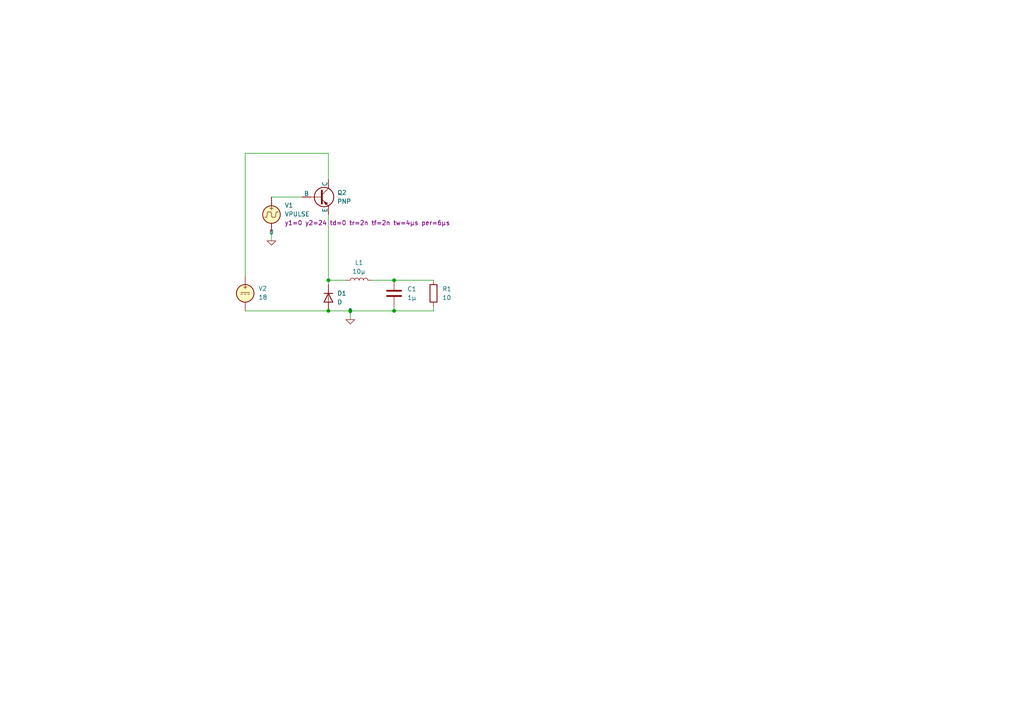
<source format=kicad_sch>
(kicad_sch
	(version 20231120)
	(generator "eeschema")
	(generator_version "8.0")
	(uuid "1d855f94-2c21-48c4-8215-e40525d8789a")
	(paper "A4")
	(lib_symbols
		(symbol "Device:C"
			(pin_numbers hide)
			(pin_names
				(offset 0.254)
			)
			(exclude_from_sim no)
			(in_bom yes)
			(on_board yes)
			(property "Reference" "C"
				(at 0.635 2.54 0)
				(effects
					(font
						(size 1.27 1.27)
					)
					(justify left)
				)
			)
			(property "Value" "C"
				(at 0.635 -2.54 0)
				(effects
					(font
						(size 1.27 1.27)
					)
					(justify left)
				)
			)
			(property "Footprint" ""
				(at 0.9652 -3.81 0)
				(effects
					(font
						(size 1.27 1.27)
					)
					(hide yes)
				)
			)
			(property "Datasheet" "~"
				(at 0 0 0)
				(effects
					(font
						(size 1.27 1.27)
					)
					(hide yes)
				)
			)
			(property "Description" "Unpolarized capacitor"
				(at 0 0 0)
				(effects
					(font
						(size 1.27 1.27)
					)
					(hide yes)
				)
			)
			(property "ki_keywords" "cap capacitor"
				(at 0 0 0)
				(effects
					(font
						(size 1.27 1.27)
					)
					(hide yes)
				)
			)
			(property "ki_fp_filters" "C_*"
				(at 0 0 0)
				(effects
					(font
						(size 1.27 1.27)
					)
					(hide yes)
				)
			)
			(symbol "C_0_1"
				(polyline
					(pts
						(xy -2.032 -0.762) (xy 2.032 -0.762)
					)
					(stroke
						(width 0.508)
						(type default)
					)
					(fill
						(type none)
					)
				)
				(polyline
					(pts
						(xy -2.032 0.762) (xy 2.032 0.762)
					)
					(stroke
						(width 0.508)
						(type default)
					)
					(fill
						(type none)
					)
				)
			)
			(symbol "C_1_1"
				(pin passive line
					(at 0 3.81 270)
					(length 2.794)
					(name "~"
						(effects
							(font
								(size 1.27 1.27)
							)
						)
					)
					(number "1"
						(effects
							(font
								(size 1.27 1.27)
							)
						)
					)
				)
				(pin passive line
					(at 0 -3.81 90)
					(length 2.794)
					(name "~"
						(effects
							(font
								(size 1.27 1.27)
							)
						)
					)
					(number "2"
						(effects
							(font
								(size 1.27 1.27)
							)
						)
					)
				)
			)
		)
		(symbol "Device:D"
			(pin_numbers hide)
			(pin_names
				(offset 1.016) hide)
			(exclude_from_sim no)
			(in_bom yes)
			(on_board yes)
			(property "Reference" "D"
				(at 0 2.54 0)
				(effects
					(font
						(size 1.27 1.27)
					)
				)
			)
			(property "Value" "D"
				(at 0 -2.54 0)
				(effects
					(font
						(size 1.27 1.27)
					)
				)
			)
			(property "Footprint" ""
				(at 0 0 0)
				(effects
					(font
						(size 1.27 1.27)
					)
					(hide yes)
				)
			)
			(property "Datasheet" "~"
				(at 0 0 0)
				(effects
					(font
						(size 1.27 1.27)
					)
					(hide yes)
				)
			)
			(property "Description" "Diode"
				(at 0 0 0)
				(effects
					(font
						(size 1.27 1.27)
					)
					(hide yes)
				)
			)
			(property "Sim.Device" "D"
				(at 0 0 0)
				(effects
					(font
						(size 1.27 1.27)
					)
					(hide yes)
				)
			)
			(property "Sim.Pins" "1=K 2=A"
				(at 0 0 0)
				(effects
					(font
						(size 1.27 1.27)
					)
					(hide yes)
				)
			)
			(property "ki_keywords" "diode"
				(at 0 0 0)
				(effects
					(font
						(size 1.27 1.27)
					)
					(hide yes)
				)
			)
			(property "ki_fp_filters" "TO-???* *_Diode_* *SingleDiode* D_*"
				(at 0 0 0)
				(effects
					(font
						(size 1.27 1.27)
					)
					(hide yes)
				)
			)
			(symbol "D_0_1"
				(polyline
					(pts
						(xy -1.27 1.27) (xy -1.27 -1.27)
					)
					(stroke
						(width 0.254)
						(type default)
					)
					(fill
						(type none)
					)
				)
				(polyline
					(pts
						(xy 1.27 0) (xy -1.27 0)
					)
					(stroke
						(width 0)
						(type default)
					)
					(fill
						(type none)
					)
				)
				(polyline
					(pts
						(xy 1.27 1.27) (xy 1.27 -1.27) (xy -1.27 0) (xy 1.27 1.27)
					)
					(stroke
						(width 0.254)
						(type default)
					)
					(fill
						(type none)
					)
				)
			)
			(symbol "D_1_1"
				(pin passive line
					(at -3.81 0 0)
					(length 2.54)
					(name "K"
						(effects
							(font
								(size 1.27 1.27)
							)
						)
					)
					(number "1"
						(effects
							(font
								(size 1.27 1.27)
							)
						)
					)
				)
				(pin passive line
					(at 3.81 0 180)
					(length 2.54)
					(name "A"
						(effects
							(font
								(size 1.27 1.27)
							)
						)
					)
					(number "2"
						(effects
							(font
								(size 1.27 1.27)
							)
						)
					)
				)
			)
		)
		(symbol "Device:L"
			(pin_numbers hide)
			(pin_names
				(offset 1.016) hide)
			(exclude_from_sim no)
			(in_bom yes)
			(on_board yes)
			(property "Reference" "L"
				(at -1.27 0 90)
				(effects
					(font
						(size 1.27 1.27)
					)
				)
			)
			(property "Value" "L"
				(at 1.905 0 90)
				(effects
					(font
						(size 1.27 1.27)
					)
				)
			)
			(property "Footprint" ""
				(at 0 0 0)
				(effects
					(font
						(size 1.27 1.27)
					)
					(hide yes)
				)
			)
			(property "Datasheet" "~"
				(at 0 0 0)
				(effects
					(font
						(size 1.27 1.27)
					)
					(hide yes)
				)
			)
			(property "Description" "Inductor"
				(at 0 0 0)
				(effects
					(font
						(size 1.27 1.27)
					)
					(hide yes)
				)
			)
			(property "ki_keywords" "inductor choke coil reactor magnetic"
				(at 0 0 0)
				(effects
					(font
						(size 1.27 1.27)
					)
					(hide yes)
				)
			)
			(property "ki_fp_filters" "Choke_* *Coil* Inductor_* L_*"
				(at 0 0 0)
				(effects
					(font
						(size 1.27 1.27)
					)
					(hide yes)
				)
			)
			(symbol "L_0_1"
				(arc
					(start 0 -2.54)
					(mid 0.6323 -1.905)
					(end 0 -1.27)
					(stroke
						(width 0)
						(type default)
					)
					(fill
						(type none)
					)
				)
				(arc
					(start 0 -1.27)
					(mid 0.6323 -0.635)
					(end 0 0)
					(stroke
						(width 0)
						(type default)
					)
					(fill
						(type none)
					)
				)
				(arc
					(start 0 0)
					(mid 0.6323 0.635)
					(end 0 1.27)
					(stroke
						(width 0)
						(type default)
					)
					(fill
						(type none)
					)
				)
				(arc
					(start 0 1.27)
					(mid 0.6323 1.905)
					(end 0 2.54)
					(stroke
						(width 0)
						(type default)
					)
					(fill
						(type none)
					)
				)
			)
			(symbol "L_1_1"
				(pin passive line
					(at 0 3.81 270)
					(length 1.27)
					(name "1"
						(effects
							(font
								(size 1.27 1.27)
							)
						)
					)
					(number "1"
						(effects
							(font
								(size 1.27 1.27)
							)
						)
					)
				)
				(pin passive line
					(at 0 -3.81 90)
					(length 1.27)
					(name "2"
						(effects
							(font
								(size 1.27 1.27)
							)
						)
					)
					(number "2"
						(effects
							(font
								(size 1.27 1.27)
							)
						)
					)
				)
			)
		)
		(symbol "Device:R"
			(pin_numbers hide)
			(pin_names
				(offset 0)
			)
			(exclude_from_sim no)
			(in_bom yes)
			(on_board yes)
			(property "Reference" "R"
				(at 2.032 0 90)
				(effects
					(font
						(size 1.27 1.27)
					)
				)
			)
			(property "Value" "R"
				(at 0 0 90)
				(effects
					(font
						(size 1.27 1.27)
					)
				)
			)
			(property "Footprint" ""
				(at -1.778 0 90)
				(effects
					(font
						(size 1.27 1.27)
					)
					(hide yes)
				)
			)
			(property "Datasheet" "~"
				(at 0 0 0)
				(effects
					(font
						(size 1.27 1.27)
					)
					(hide yes)
				)
			)
			(property "Description" "Resistor"
				(at 0 0 0)
				(effects
					(font
						(size 1.27 1.27)
					)
					(hide yes)
				)
			)
			(property "ki_keywords" "R res resistor"
				(at 0 0 0)
				(effects
					(font
						(size 1.27 1.27)
					)
					(hide yes)
				)
			)
			(property "ki_fp_filters" "R_*"
				(at 0 0 0)
				(effects
					(font
						(size 1.27 1.27)
					)
					(hide yes)
				)
			)
			(symbol "R_0_1"
				(rectangle
					(start -1.016 -2.54)
					(end 1.016 2.54)
					(stroke
						(width 0.254)
						(type default)
					)
					(fill
						(type none)
					)
				)
			)
			(symbol "R_1_1"
				(pin passive line
					(at 0 3.81 270)
					(length 1.27)
					(name "~"
						(effects
							(font
								(size 1.27 1.27)
							)
						)
					)
					(number "1"
						(effects
							(font
								(size 1.27 1.27)
							)
						)
					)
				)
				(pin passive line
					(at 0 -3.81 90)
					(length 1.27)
					(name "~"
						(effects
							(font
								(size 1.27 1.27)
							)
						)
					)
					(number "2"
						(effects
							(font
								(size 1.27 1.27)
							)
						)
					)
				)
			)
		)
		(symbol "Simulation_SPICE:0"
			(power)
			(pin_numbers hide)
			(pin_names
				(offset 0) hide)
			(exclude_from_sim no)
			(in_bom yes)
			(on_board yes)
			(property "Reference" "#GND"
				(at 0 -5.08 0)
				(effects
					(font
						(size 1.27 1.27)
					)
					(hide yes)
				)
			)
			(property "Value" "0"
				(at 0 -2.54 0)
				(effects
					(font
						(size 1.27 1.27)
					)
				)
			)
			(property "Footprint" ""
				(at 0 0 0)
				(effects
					(font
						(size 1.27 1.27)
					)
					(hide yes)
				)
			)
			(property "Datasheet" "https://ngspice.sourceforge.io/docs/ngspice-html-manual/manual.xhtml#subsec_Circuit_elements__device"
				(at 0 -10.16 0)
				(effects
					(font
						(size 1.27 1.27)
					)
					(hide yes)
				)
			)
			(property "Description" "0V reference potential for simulation"
				(at 0 -7.62 0)
				(effects
					(font
						(size 1.27 1.27)
					)
					(hide yes)
				)
			)
			(property "ki_keywords" "simulation"
				(at 0 0 0)
				(effects
					(font
						(size 1.27 1.27)
					)
					(hide yes)
				)
			)
			(symbol "0_0_1"
				(polyline
					(pts
						(xy -1.27 0) (xy 0 -1.27) (xy 1.27 0) (xy -1.27 0)
					)
					(stroke
						(width 0)
						(type default)
					)
					(fill
						(type none)
					)
				)
			)
			(symbol "0_1_1"
				(pin power_in line
					(at 0 0 0)
					(length 0)
					(name "~"
						(effects
							(font
								(size 1.016 1.016)
							)
						)
					)
					(number "1"
						(effects
							(font
								(size 1.016 1.016)
							)
						)
					)
				)
			)
		)
		(symbol "Simulation_SPICE:PNP"
			(pin_numbers hide)
			(pin_names
				(offset 0)
			)
			(exclude_from_sim no)
			(in_bom yes)
			(on_board yes)
			(property "Reference" "Q"
				(at -2.54 7.62 0)
				(effects
					(font
						(size 1.27 1.27)
					)
				)
			)
			(property "Value" "PNP"
				(at -2.54 5.08 0)
				(effects
					(font
						(size 1.27 1.27)
					)
				)
			)
			(property "Footprint" ""
				(at 35.56 0 0)
				(effects
					(font
						(size 1.27 1.27)
					)
					(hide yes)
				)
			)
			(property "Datasheet" "https://ngspice.sourceforge.io/docs/ngspice-html-manual/manual.xhtml#cha_BJTs"
				(at 35.56 0 0)
				(effects
					(font
						(size 1.27 1.27)
					)
					(hide yes)
				)
			)
			(property "Description" "Bipolar transistor symbol for simulation only, substrate tied to the emitter"
				(at 0 0 0)
				(effects
					(font
						(size 1.27 1.27)
					)
					(hide yes)
				)
			)
			(property "Sim.Device" "PNP"
				(at 0 0 0)
				(effects
					(font
						(size 1.27 1.27)
					)
					(hide yes)
				)
			)
			(property "Sim.Type" "GUMMELPOON"
				(at 0 0 0)
				(effects
					(font
						(size 1.27 1.27)
					)
					(hide yes)
				)
			)
			(property "Sim.Pins" "1=C 2=B 3=E"
				(at 0 0 0)
				(effects
					(font
						(size 1.27 1.27)
					)
					(hide yes)
				)
			)
			(property "ki_keywords" "simulation"
				(at 0 0 0)
				(effects
					(font
						(size 1.27 1.27)
					)
					(hide yes)
				)
			)
			(symbol "PNP_0_1"
				(polyline
					(pts
						(xy -2.54 0) (xy 0.635 0)
					)
					(stroke
						(width 0.1524)
						(type default)
					)
					(fill
						(type none)
					)
				)
				(polyline
					(pts
						(xy 0.635 0.635) (xy 2.54 2.54)
					)
					(stroke
						(width 0)
						(type default)
					)
					(fill
						(type none)
					)
				)
				(polyline
					(pts
						(xy 0.635 -0.635) (xy 2.54 -2.54) (xy 2.54 -2.54)
					)
					(stroke
						(width 0)
						(type default)
					)
					(fill
						(type none)
					)
				)
				(polyline
					(pts
						(xy 0.635 1.905) (xy 0.635 -1.905) (xy 0.635 -1.905)
					)
					(stroke
						(width 0.508)
						(type default)
					)
					(fill
						(type none)
					)
				)
				(polyline
					(pts
						(xy 2.286 -1.778) (xy 1.778 -2.286) (xy 1.27 -1.27) (xy 2.286 -1.778) (xy 2.286 -1.778)
					)
					(stroke
						(width 0)
						(type default)
					)
					(fill
						(type outline)
					)
				)
				(circle
					(center 1.27 0)
					(radius 2.8194)
					(stroke
						(width 0.254)
						(type default)
					)
					(fill
						(type none)
					)
				)
			)
			(symbol "PNP_1_1"
				(pin open_collector line
					(at 2.54 5.08 270)
					(length 2.54)
					(name "C"
						(effects
							(font
								(size 1.27 1.27)
							)
						)
					)
					(number "1"
						(effects
							(font
								(size 1.27 1.27)
							)
						)
					)
				)
				(pin input line
					(at -5.08 0 0)
					(length 2.54)
					(name "B"
						(effects
							(font
								(size 1.27 1.27)
							)
						)
					)
					(number "2"
						(effects
							(font
								(size 1.27 1.27)
							)
						)
					)
				)
				(pin open_emitter line
					(at 2.54 -5.08 90)
					(length 2.54)
					(name "E"
						(effects
							(font
								(size 1.27 1.27)
							)
						)
					)
					(number "3"
						(effects
							(font
								(size 1.27 1.27)
							)
						)
					)
				)
			)
		)
		(symbol "Simulation_SPICE:VDC"
			(pin_numbers hide)
			(pin_names
				(offset 0.0254)
			)
			(exclude_from_sim no)
			(in_bom yes)
			(on_board yes)
			(property "Reference" "V"
				(at 2.54 2.54 0)
				(effects
					(font
						(size 1.27 1.27)
					)
					(justify left)
				)
			)
			(property "Value" "1"
				(at 2.54 0 0)
				(effects
					(font
						(size 1.27 1.27)
					)
					(justify left)
				)
			)
			(property "Footprint" ""
				(at 0 0 0)
				(effects
					(font
						(size 1.27 1.27)
					)
					(hide yes)
				)
			)
			(property "Datasheet" "https://ngspice.sourceforge.io/docs/ngspice-html-manual/manual.xhtml#sec_Independent_Sources_for"
				(at 0 0 0)
				(effects
					(font
						(size 1.27 1.27)
					)
					(hide yes)
				)
			)
			(property "Description" "Voltage source, DC"
				(at 0 0 0)
				(effects
					(font
						(size 1.27 1.27)
					)
					(hide yes)
				)
			)
			(property "Sim.Pins" "1=+ 2=-"
				(at 0 0 0)
				(effects
					(font
						(size 1.27 1.27)
					)
					(hide yes)
				)
			)
			(property "Sim.Type" "DC"
				(at 0 0 0)
				(effects
					(font
						(size 1.27 1.27)
					)
					(hide yes)
				)
			)
			(property "Sim.Device" "V"
				(at 0 0 0)
				(effects
					(font
						(size 1.27 1.27)
					)
					(justify left)
					(hide yes)
				)
			)
			(property "ki_keywords" "simulation"
				(at 0 0 0)
				(effects
					(font
						(size 1.27 1.27)
					)
					(hide yes)
				)
			)
			(symbol "VDC_0_0"
				(polyline
					(pts
						(xy -1.27 0.254) (xy 1.27 0.254)
					)
					(stroke
						(width 0)
						(type default)
					)
					(fill
						(type none)
					)
				)
				(polyline
					(pts
						(xy -0.762 -0.254) (xy -1.27 -0.254)
					)
					(stroke
						(width 0)
						(type default)
					)
					(fill
						(type none)
					)
				)
				(polyline
					(pts
						(xy 0.254 -0.254) (xy -0.254 -0.254)
					)
					(stroke
						(width 0)
						(type default)
					)
					(fill
						(type none)
					)
				)
				(polyline
					(pts
						(xy 1.27 -0.254) (xy 0.762 -0.254)
					)
					(stroke
						(width 0)
						(type default)
					)
					(fill
						(type none)
					)
				)
				(text "+"
					(at 0 1.905 0)
					(effects
						(font
							(size 1.27 1.27)
						)
					)
				)
			)
			(symbol "VDC_0_1"
				(circle
					(center 0 0)
					(radius 2.54)
					(stroke
						(width 0.254)
						(type default)
					)
					(fill
						(type background)
					)
				)
			)
			(symbol "VDC_1_1"
				(pin passive line
					(at 0 5.08 270)
					(length 2.54)
					(name "~"
						(effects
							(font
								(size 1.27 1.27)
							)
						)
					)
					(number "1"
						(effects
							(font
								(size 1.27 1.27)
							)
						)
					)
				)
				(pin passive line
					(at 0 -5.08 90)
					(length 2.54)
					(name "~"
						(effects
							(font
								(size 1.27 1.27)
							)
						)
					)
					(number "2"
						(effects
							(font
								(size 1.27 1.27)
							)
						)
					)
				)
			)
		)
		(symbol "Simulation_SPICE:VPULSE"
			(pin_numbers hide)
			(pin_names
				(offset 0.0254)
			)
			(exclude_from_sim no)
			(in_bom yes)
			(on_board yes)
			(property "Reference" "V"
				(at 2.54 2.54 0)
				(effects
					(font
						(size 1.27 1.27)
					)
					(justify left)
				)
			)
			(property "Value" "VPULSE"
				(at 2.54 0 0)
				(effects
					(font
						(size 1.27 1.27)
					)
					(justify left)
				)
			)
			(property "Footprint" ""
				(at 0 0 0)
				(effects
					(font
						(size 1.27 1.27)
					)
					(hide yes)
				)
			)
			(property "Datasheet" "https://ngspice.sourceforge.io/docs/ngspice-html-manual/manual.xhtml#sec_Independent_Sources_for"
				(at 0 0 0)
				(effects
					(font
						(size 1.27 1.27)
					)
					(hide yes)
				)
			)
			(property "Description" "Voltage source, pulse"
				(at 0 0 0)
				(effects
					(font
						(size 1.27 1.27)
					)
					(hide yes)
				)
			)
			(property "Sim.Pins" "1=+ 2=-"
				(at 0 0 0)
				(effects
					(font
						(size 1.27 1.27)
					)
					(hide yes)
				)
			)
			(property "Sim.Type" "PULSE"
				(at 0 0 0)
				(effects
					(font
						(size 1.27 1.27)
					)
					(hide yes)
				)
			)
			(property "Sim.Device" "V"
				(at 0 0 0)
				(effects
					(font
						(size 1.27 1.27)
					)
					(justify left)
					(hide yes)
				)
			)
			(property "Sim.Params" "y1=0 y2=1 td=2n tr=2n tf=2n tw=50n per=100n"
				(at 2.54 -2.54 0)
				(effects
					(font
						(size 1.27 1.27)
					)
					(justify left)
				)
			)
			(property "ki_keywords" "simulation"
				(at 0 0 0)
				(effects
					(font
						(size 1.27 1.27)
					)
					(hide yes)
				)
			)
			(symbol "VPULSE_0_0"
				(polyline
					(pts
						(xy -2.032 -0.762) (xy -1.397 -0.762) (xy -1.143 0.762) (xy -0.127 0.762) (xy 0.127 -0.762) (xy 1.143 -0.762)
						(xy 1.397 0.762) (xy 2.032 0.762)
					)
					(stroke
						(width 0)
						(type default)
					)
					(fill
						(type none)
					)
				)
				(text "+"
					(at 0 1.905 0)
					(effects
						(font
							(size 1.27 1.27)
						)
					)
				)
			)
			(symbol "VPULSE_0_1"
				(circle
					(center 0 0)
					(radius 2.54)
					(stroke
						(width 0.254)
						(type default)
					)
					(fill
						(type background)
					)
				)
			)
			(symbol "VPULSE_1_1"
				(pin passive line
					(at 0 5.08 270)
					(length 2.54)
					(name "~"
						(effects
							(font
								(size 1.27 1.27)
							)
						)
					)
					(number "1"
						(effects
							(font
								(size 1.27 1.27)
							)
						)
					)
				)
				(pin passive line
					(at 0 -5.08 90)
					(length 2.54)
					(name "~"
						(effects
							(font
								(size 1.27 1.27)
							)
						)
					)
					(number "2"
						(effects
							(font
								(size 1.27 1.27)
							)
						)
					)
				)
			)
		)
	)
	(junction
		(at 101.6 90.17)
		(diameter 0)
		(color 0 0 0 0)
		(uuid "1a612a3e-9b75-492f-8517-97d29c086bc6")
	)
	(junction
		(at 114.3 90.17)
		(diameter 0)
		(color 0 0 0 0)
		(uuid "45dda553-adcd-4a5b-a278-3b9c44297cad")
	)
	(junction
		(at 95.25 81.28)
		(diameter 0)
		(color 0 0 0 0)
		(uuid "592a8a5d-6d77-4359-976b-e9694b2dbf3f")
	)
	(junction
		(at 95.25 90.17)
		(diameter 0)
		(color 0 0 0 0)
		(uuid "5c7d494c-1624-4f98-bd26-3214c516106b")
	)
	(junction
		(at 114.3 81.28)
		(diameter 0)
		(color 0 0 0 0)
		(uuid "78506a3e-4860-44e8-a4f2-770b8cb7abed")
	)
	(wire
		(pts
			(xy 107.95 81.28) (xy 114.3 81.28)
		)
		(stroke
			(width 0)
			(type default)
		)
		(uuid "03f8850b-be7e-42ea-8601-4d8b1e97712a")
	)
	(wire
		(pts
			(xy 78.74 67.31) (xy 78.74 69.85)
		)
		(stroke
			(width 0)
			(type default)
		)
		(uuid "07910045-fbfb-4a82-b07a-b58829cc7974")
	)
	(wire
		(pts
			(xy 95.25 44.45) (xy 95.25 52.07)
		)
		(stroke
			(width 0)
			(type default)
		)
		(uuid "079264cb-22aa-4a38-bd38-618be9420dfb")
	)
	(wire
		(pts
			(xy 125.73 90.17) (xy 125.73 88.9)
		)
		(stroke
			(width 0)
			(type default)
		)
		(uuid "20ec3061-6d56-4ad9-83d9-c6f8302fbeb1")
	)
	(wire
		(pts
			(xy 78.74 57.15) (xy 87.63 57.15)
		)
		(stroke
			(width 0)
			(type default)
		)
		(uuid "25bfe8b5-2713-4d2e-9c56-57cd4fb8b2f1")
	)
	(wire
		(pts
			(xy 114.3 90.17) (xy 125.73 90.17)
		)
		(stroke
			(width 0)
			(type default)
		)
		(uuid "29817a41-1a75-4a57-80ff-81af9d0dc53e")
	)
	(wire
		(pts
			(xy 95.25 62.23) (xy 95.25 81.28)
		)
		(stroke
			(width 0)
			(type default)
		)
		(uuid "2d2cf6db-92c8-4320-9514-841ef53fbef6")
	)
	(wire
		(pts
			(xy 100.33 81.28) (xy 95.25 81.28)
		)
		(stroke
			(width 0)
			(type default)
		)
		(uuid "47169370-598f-445a-b3d0-c60f552744c6")
	)
	(wire
		(pts
			(xy 71.12 44.45) (xy 71.12 80.01)
		)
		(stroke
			(width 0)
			(type default)
		)
		(uuid "4bab44c3-eab9-4c6a-9ac1-b1c5693da010")
	)
	(wire
		(pts
			(xy 95.25 90.17) (xy 101.6 90.17)
		)
		(stroke
			(width 0)
			(type default)
		)
		(uuid "67c0990f-96bd-455d-981d-dae2dff60766")
	)
	(wire
		(pts
			(xy 101.6 90.17) (xy 114.3 90.17)
		)
		(stroke
			(width 0)
			(type default)
		)
		(uuid "6f61c376-a750-4eb3-a3dc-2e13b5b4fa24")
	)
	(wire
		(pts
			(xy 114.3 81.28) (xy 125.73 81.28)
		)
		(stroke
			(width 0)
			(type default)
		)
		(uuid "83d489bd-edf4-4fb1-b1e8-916ab7b7a2d5")
	)
	(wire
		(pts
			(xy 95.25 81.28) (xy 95.25 82.55)
		)
		(stroke
			(width 0)
			(type default)
		)
		(uuid "adb74f1c-6782-4279-b88e-b4715bbc3862")
	)
	(wire
		(pts
			(xy 101.6 90.17) (xy 101.6 92.71)
		)
		(stroke
			(width 0)
			(type default)
		)
		(uuid "db7b381f-e11e-41db-b7af-371785407d83")
	)
	(wire
		(pts
			(xy 71.12 44.45) (xy 95.25 44.45)
		)
		(stroke
			(width 0)
			(type default)
		)
		(uuid "e56afff6-6b37-4ef4-b924-d959459a3fe8")
	)
	(wire
		(pts
			(xy 71.12 90.17) (xy 95.25 90.17)
		)
		(stroke
			(width 0)
			(type default)
		)
		(uuid "ee75014f-ea39-4447-b235-8ccc424b8fc0")
	)
	(wire
		(pts
			(xy 114.3 88.9) (xy 114.3 90.17)
		)
		(stroke
			(width 0)
			(type default)
		)
		(uuid "fdd14bac-ba96-4efe-a9e1-4e6c9792addf")
	)
	(symbol
		(lib_id "Simulation_SPICE:0")
		(at 78.74 69.85 0)
		(unit 1)
		(exclude_from_sim no)
		(in_bom yes)
		(on_board yes)
		(dnp no)
		(fields_autoplaced yes)
		(uuid "0f9483ca-24bd-41c1-a2bf-1a2c66a17085")
		(property "Reference" "#GND02"
			(at 78.74 74.93 0)
			(effects
				(font
					(size 1.27 1.27)
				)
				(hide yes)
			)
		)
		(property "Value" "0"
			(at 78.74 67.31 0)
			(effects
				(font
					(size 1.27 1.27)
				)
			)
		)
		(property "Footprint" ""
			(at 78.74 69.85 0)
			(effects
				(font
					(size 1.27 1.27)
				)
				(hide yes)
			)
		)
		(property "Datasheet" "https://ngspice.sourceforge.io/docs/ngspice-html-manual/manual.xhtml#subsec_Circuit_elements__device"
			(at 78.74 80.01 0)
			(effects
				(font
					(size 1.27 1.27)
				)
				(hide yes)
			)
		)
		(property "Description" "0V reference potential for simulation"
			(at 78.74 77.47 0)
			(effects
				(font
					(size 1.27 1.27)
				)
				(hide yes)
			)
		)
		(pin "1"
			(uuid "7d6147c6-cf5b-4b50-93d6-1054f7f51439")
		)
		(instances
			(project "Buck_Conv"
				(path "/1d855f94-2c21-48c4-8215-e40525d8789a"
					(reference "#GND02")
					(unit 1)
				)
			)
		)
	)
	(symbol
		(lib_id "Simulation_SPICE:VPULSE")
		(at 78.74 62.23 0)
		(unit 1)
		(exclude_from_sim no)
		(in_bom yes)
		(on_board yes)
		(dnp no)
		(fields_autoplaced yes)
		(uuid "3ad9735d-9ed5-495d-b194-84026294514d")
		(property "Reference" "V1"
			(at 82.55 59.5601 0)
			(effects
				(font
					(size 1.27 1.27)
				)
				(justify left)
			)
		)
		(property "Value" "VPULSE"
			(at 82.55 62.1001 0)
			(effects
				(font
					(size 1.27 1.27)
				)
				(justify left)
			)
		)
		(property "Footprint" ""
			(at 78.74 62.23 0)
			(effects
				(font
					(size 1.27 1.27)
				)
				(hide yes)
			)
		)
		(property "Datasheet" "https://ngspice.sourceforge.io/docs/ngspice-html-manual/manual.xhtml#sec_Independent_Sources_for"
			(at 78.74 62.23 0)
			(effects
				(font
					(size 1.27 1.27)
				)
				(hide yes)
			)
		)
		(property "Description" "Voltage source, pulse"
			(at 78.74 62.23 0)
			(effects
				(font
					(size 1.27 1.27)
				)
				(hide yes)
			)
		)
		(property "Sim.Pins" "1=+ 2=-"
			(at 78.74 62.23 0)
			(effects
				(font
					(size 1.27 1.27)
				)
				(hide yes)
			)
		)
		(property "Sim.Type" "PULSE"
			(at 78.74 62.23 0)
			(effects
				(font
					(size 1.27 1.27)
				)
				(hide yes)
			)
		)
		(property "Sim.Device" "V"
			(at 78.74 62.23 0)
			(effects
				(font
					(size 1.27 1.27)
				)
				(justify left)
				(hide yes)
			)
		)
		(property "Sim.Params" "y1=0 y2=24 td=0 tr=2n tf=2n tw=4µs per=6µs"
			(at 82.55 64.6401 0)
			(effects
				(font
					(size 1.27 1.27)
				)
				(justify left)
			)
		)
		(pin "2"
			(uuid "9a424903-0072-4f8d-b8fc-2d29b8a19323")
		)
		(pin "1"
			(uuid "3af9b76c-eec9-474c-af19-35a581eb7995")
		)
		(instances
			(project ""
				(path "/1d855f94-2c21-48c4-8215-e40525d8789a"
					(reference "V1")
					(unit 1)
				)
			)
		)
	)
	(symbol
		(lib_id "Device:C")
		(at 114.3 85.09 0)
		(unit 1)
		(exclude_from_sim no)
		(in_bom yes)
		(on_board yes)
		(dnp no)
		(fields_autoplaced yes)
		(uuid "5fc21f1d-8c12-4ea3-9ae5-350366d6c182")
		(property "Reference" "C1"
			(at 118.11 83.8199 0)
			(effects
				(font
					(size 1.27 1.27)
				)
				(justify left)
			)
		)
		(property "Value" "1µ"
			(at 118.11 86.3599 0)
			(effects
				(font
					(size 1.27 1.27)
				)
				(justify left)
			)
		)
		(property "Footprint" ""
			(at 115.2652 88.9 0)
			(effects
				(font
					(size 1.27 1.27)
				)
				(hide yes)
			)
		)
		(property "Datasheet" "~"
			(at 114.3 85.09 0)
			(effects
				(font
					(size 1.27 1.27)
				)
				(hide yes)
			)
		)
		(property "Description" "Unpolarized capacitor"
			(at 114.3 85.09 0)
			(effects
				(font
					(size 1.27 1.27)
				)
				(hide yes)
			)
		)
		(pin "1"
			(uuid "eb8b020b-8833-4839-8794-5c01d4225a0c")
		)
		(pin "2"
			(uuid "3e22550d-001a-4267-a660-34e9b7626325")
		)
		(instances
			(project ""
				(path "/1d855f94-2c21-48c4-8215-e40525d8789a"
					(reference "C1")
					(unit 1)
				)
			)
		)
	)
	(symbol
		(lib_id "Device:L")
		(at 104.14 81.28 90)
		(unit 1)
		(exclude_from_sim no)
		(in_bom yes)
		(on_board yes)
		(dnp no)
		(fields_autoplaced yes)
		(uuid "60001809-fbf7-4181-b39c-0da8a890ac2f")
		(property "Reference" "L1"
			(at 104.14 76.2 90)
			(effects
				(font
					(size 1.27 1.27)
				)
			)
		)
		(property "Value" "10µ"
			(at 104.14 78.74 90)
			(effects
				(font
					(size 1.27 1.27)
				)
			)
		)
		(property "Footprint" ""
			(at 104.14 81.28 0)
			(effects
				(font
					(size 1.27 1.27)
				)
				(hide yes)
			)
		)
		(property "Datasheet" "~"
			(at 104.14 81.28 0)
			(effects
				(font
					(size 1.27 1.27)
				)
				(hide yes)
			)
		)
		(property "Description" "Inductor"
			(at 104.14 81.28 0)
			(effects
				(font
					(size 1.27 1.27)
				)
				(hide yes)
			)
		)
		(pin "1"
			(uuid "cfddfea3-9d2b-45e2-8408-4bd02cb03035")
		)
		(pin "2"
			(uuid "a53b2c4e-15e3-48ce-9179-935ca8eadce4")
		)
		(instances
			(project ""
				(path "/1d855f94-2c21-48c4-8215-e40525d8789a"
					(reference "L1")
					(unit 1)
				)
			)
		)
	)
	(symbol
		(lib_id "Device:D")
		(at 95.25 86.36 270)
		(unit 1)
		(exclude_from_sim no)
		(in_bom yes)
		(on_board yes)
		(dnp no)
		(fields_autoplaced yes)
		(uuid "a047b3f9-33a5-4944-8b63-0b1640245dfa")
		(property "Reference" "D1"
			(at 97.79 85.0899 90)
			(effects
				(font
					(size 1.27 1.27)
				)
				(justify left)
			)
		)
		(property "Value" "D"
			(at 97.79 87.6299 90)
			(effects
				(font
					(size 1.27 1.27)
				)
				(justify left)
			)
		)
		(property "Footprint" ""
			(at 95.25 86.36 0)
			(effects
				(font
					(size 1.27 1.27)
				)
				(hide yes)
			)
		)
		(property "Datasheet" "~"
			(at 95.25 86.36 0)
			(effects
				(font
					(size 1.27 1.27)
				)
				(hide yes)
			)
		)
		(property "Description" "Diode"
			(at 95.25 86.36 0)
			(effects
				(font
					(size 1.27 1.27)
				)
				(hide yes)
			)
		)
		(property "Sim.Device" "D"
			(at 95.25 86.36 0)
			(effects
				(font
					(size 1.27 1.27)
				)
				(hide yes)
			)
		)
		(property "Sim.Pins" "1=K 2=A"
			(at 95.25 86.36 0)
			(effects
				(font
					(size 1.27 1.27)
				)
				(hide yes)
			)
		)
		(pin "1"
			(uuid "f20f30b7-d2c2-4f40-897e-2bdc789df61e")
		)
		(pin "2"
			(uuid "b57cb90e-6a2b-4676-a575-2eeeb411a2cf")
		)
		(instances
			(project ""
				(path "/1d855f94-2c21-48c4-8215-e40525d8789a"
					(reference "D1")
					(unit 1)
				)
			)
		)
	)
	(symbol
		(lib_id "Simulation_SPICE:VDC")
		(at 71.12 85.09 0)
		(unit 1)
		(exclude_from_sim no)
		(in_bom yes)
		(on_board yes)
		(dnp no)
		(fields_autoplaced yes)
		(uuid "a067563e-89b8-422c-a4fc-a3ef25a11572")
		(property "Reference" "V2"
			(at 74.93 83.6901 0)
			(effects
				(font
					(size 1.27 1.27)
				)
				(justify left)
			)
		)
		(property "Value" "18"
			(at 74.93 86.2301 0)
			(effects
				(font
					(size 1.27 1.27)
				)
				(justify left)
			)
		)
		(property "Footprint" ""
			(at 71.12 85.09 0)
			(effects
				(font
					(size 1.27 1.27)
				)
				(hide yes)
			)
		)
		(property "Datasheet" "https://ngspice.sourceforge.io/docs/ngspice-html-manual/manual.xhtml#sec_Independent_Sources_for"
			(at 71.12 85.09 0)
			(effects
				(font
					(size 1.27 1.27)
				)
				(hide yes)
			)
		)
		(property "Description" "Voltage source, DC"
			(at 71.12 85.09 0)
			(effects
				(font
					(size 1.27 1.27)
				)
				(hide yes)
			)
		)
		(property "Sim.Pins" "1=+ 2=-"
			(at 71.12 85.09 0)
			(effects
				(font
					(size 1.27 1.27)
				)
				(hide yes)
			)
		)
		(property "Sim.Type" "DC"
			(at 71.12 85.09 0)
			(effects
				(font
					(size 1.27 1.27)
				)
				(hide yes)
			)
		)
		(property "Sim.Device" "V"
			(at 71.12 85.09 0)
			(effects
				(font
					(size 1.27 1.27)
				)
				(justify left)
				(hide yes)
			)
		)
		(pin "2"
			(uuid "fd18dec1-4d19-42c2-8b59-ffad2d197f0c")
		)
		(pin "1"
			(uuid "f8f7c0b8-b1ae-4412-a742-1c7e29a908bd")
		)
		(instances
			(project ""
				(path "/1d855f94-2c21-48c4-8215-e40525d8789a"
					(reference "V2")
					(unit 1)
				)
			)
		)
	)
	(symbol
		(lib_id "Device:R")
		(at 125.73 85.09 0)
		(unit 1)
		(exclude_from_sim no)
		(in_bom yes)
		(on_board yes)
		(dnp no)
		(fields_autoplaced yes)
		(uuid "a1c7134e-843e-411a-96ba-4eca5811b578")
		(property "Reference" "R1"
			(at 128.27 83.8199 0)
			(effects
				(font
					(size 1.27 1.27)
				)
				(justify left)
			)
		)
		(property "Value" "10"
			(at 128.27 86.3599 0)
			(effects
				(font
					(size 1.27 1.27)
				)
				(justify left)
			)
		)
		(property "Footprint" ""
			(at 123.952 85.09 90)
			(effects
				(font
					(size 1.27 1.27)
				)
				(hide yes)
			)
		)
		(property "Datasheet" "~"
			(at 125.73 85.09 0)
			(effects
				(font
					(size 1.27 1.27)
				)
				(hide yes)
			)
		)
		(property "Description" "Resistor"
			(at 125.73 85.09 0)
			(effects
				(font
					(size 1.27 1.27)
				)
				(hide yes)
			)
		)
		(pin "2"
			(uuid "464549a5-5aad-4c09-bc7c-b9bb20cd1c59")
		)
		(pin "1"
			(uuid "885be292-ff08-4e0f-9b91-660d9acb7ff2")
		)
		(instances
			(project ""
				(path "/1d855f94-2c21-48c4-8215-e40525d8789a"
					(reference "R1")
					(unit 1)
				)
			)
		)
	)
	(symbol
		(lib_id "Simulation_SPICE:0")
		(at 101.6 92.71 0)
		(unit 1)
		(exclude_from_sim no)
		(in_bom yes)
		(on_board yes)
		(dnp no)
		(fields_autoplaced yes)
		(uuid "ab16247c-c80d-4085-9fe5-46871b97ca80")
		(property "Reference" "#GND01"
			(at 101.6 97.79 0)
			(effects
				(font
					(size 1.27 1.27)
				)
				(hide yes)
			)
		)
		(property "Value" "0"
			(at 101.6 90.17 0)
			(effects
				(font
					(size 1.27 1.27)
				)
			)
		)
		(property "Footprint" ""
			(at 101.6 92.71 0)
			(effects
				(font
					(size 1.27 1.27)
				)
				(hide yes)
			)
		)
		(property "Datasheet" "https://ngspice.sourceforge.io/docs/ngspice-html-manual/manual.xhtml#subsec_Circuit_elements__device"
			(at 101.6 102.87 0)
			(effects
				(font
					(size 1.27 1.27)
				)
				(hide yes)
			)
		)
		(property "Description" "0V reference potential for simulation"
			(at 101.6 100.33 0)
			(effects
				(font
					(size 1.27 1.27)
				)
				(hide yes)
			)
		)
		(pin "1"
			(uuid "38557e29-1c98-4b41-932c-39e36204c16c")
		)
		(instances
			(project ""
				(path "/1d855f94-2c21-48c4-8215-e40525d8789a"
					(reference "#GND01")
					(unit 1)
				)
			)
		)
	)
	(symbol
		(lib_id "Simulation_SPICE:PNP")
		(at 92.71 57.15 0)
		(unit 1)
		(exclude_from_sim no)
		(in_bom yes)
		(on_board yes)
		(dnp no)
		(fields_autoplaced yes)
		(uuid "de1d7bda-6546-4246-84e3-acfbf0f0e69c")
		(property "Reference" "Q2"
			(at 97.79 55.8799 0)
			(effects
				(font
					(size 1.27 1.27)
				)
				(justify left)
			)
		)
		(property "Value" "PNP"
			(at 97.79 58.4199 0)
			(effects
				(font
					(size 1.27 1.27)
				)
				(justify left)
			)
		)
		(property "Footprint" ""
			(at 128.27 57.15 0)
			(effects
				(font
					(size 1.27 1.27)
				)
				(hide yes)
			)
		)
		(property "Datasheet" "https://ngspice.sourceforge.io/docs/ngspice-html-manual/manual.xhtml#cha_BJTs"
			(at 128.27 57.15 0)
			(effects
				(font
					(size 1.27 1.27)
				)
				(hide yes)
			)
		)
		(property "Description" "Bipolar transistor symbol for simulation only, substrate tied to the emitter"
			(at 92.71 57.15 0)
			(effects
				(font
					(size 1.27 1.27)
				)
				(hide yes)
			)
		)
		(property "Sim.Device" "PNP"
			(at 92.71 57.15 0)
			(effects
				(font
					(size 1.27 1.27)
				)
				(hide yes)
			)
		)
		(property "Sim.Type" "GUMMELPOON"
			(at 92.71 57.15 0)
			(effects
				(font
					(size 1.27 1.27)
				)
				(hide yes)
			)
		)
		(property "Sim.Pins" "1=C 2=B 3=E"
			(at 92.71 57.15 0)
			(effects
				(font
					(size 1.27 1.27)
				)
				(hide yes)
			)
		)
		(pin "2"
			(uuid "9849ce27-23f0-4d41-b367-f986ce77cd3d")
		)
		(pin "1"
			(uuid "7e3c8d5f-0dc5-4f1f-8229-b83048bee986")
		)
		(pin "3"
			(uuid "7886a7ba-1c80-4dbd-b88e-9dbce9a86a30")
		)
		(instances
			(project ""
				(path "/1d855f94-2c21-48c4-8215-e40525d8789a"
					(reference "Q2")
					(unit 1)
				)
			)
		)
	)
	(sheet_instances
		(path "/"
			(page "1")
		)
	)
)

</source>
